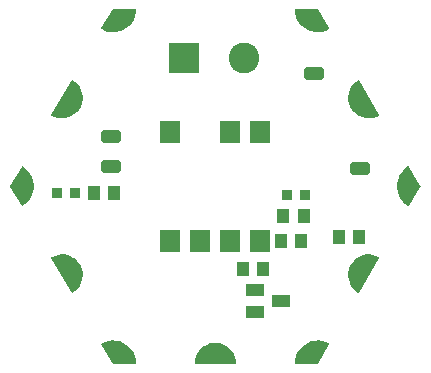
<source format=gbr>
G04 EAGLE Gerber RS-274X export*
G75*
%MOMM*%
%FSLAX34Y34*%
%LPD*%
%INSoldermask Top*%
%IPPOS*%
%AMOC8*
5,1,8,0,0,1.08239X$1,22.5*%
G01*
%ADD10R,0.901600X0.901600*%
%ADD11R,1.101600X1.201600*%
%ADD12C,0.605878*%
%ADD13C,1.101600*%
%ADD14R,2.601600X2.601600*%
%ADD15C,2.601600*%
%ADD16R,1.773400X1.913400*%
%ADD17R,1.501600X1.101600*%

G36*
X363231Y195709D02*
X363231Y195709D01*
X363260Y195706D01*
X363327Y195728D01*
X363397Y195742D01*
X363421Y195759D01*
X363449Y195768D01*
X363502Y195815D01*
X363561Y195855D01*
X363577Y195879D01*
X363599Y195899D01*
X363630Y195963D01*
X363668Y196022D01*
X363673Y196051D01*
X363685Y196077D01*
X363694Y196177D01*
X363701Y196219D01*
X363698Y196229D01*
X363700Y196243D01*
X363468Y199041D01*
X363458Y199075D01*
X363454Y199123D01*
X362765Y201844D01*
X362750Y201876D01*
X362738Y201922D01*
X361610Y204494D01*
X361590Y204522D01*
X361571Y204566D01*
X360035Y206917D01*
X360011Y206941D01*
X359985Y206982D01*
X358083Y209047D01*
X358055Y209068D01*
X358022Y209103D01*
X355807Y210828D01*
X355776Y210843D01*
X355738Y210873D01*
X353268Y212209D01*
X353235Y212219D01*
X353193Y212242D01*
X352007Y212650D01*
X350553Y213149D01*
X350537Y213154D01*
X350503Y213159D01*
X350457Y213174D01*
X347688Y213636D01*
X347653Y213635D01*
X347606Y213643D01*
X344798Y213643D01*
X344764Y213636D01*
X344716Y213636D01*
X341947Y213174D01*
X341914Y213162D01*
X341867Y213154D01*
X339211Y212242D01*
X339181Y212225D01*
X339136Y212209D01*
X336666Y210873D01*
X336640Y210851D01*
X336597Y210828D01*
X334382Y209103D01*
X334359Y209077D01*
X334321Y209047D01*
X332419Y206982D01*
X332401Y206952D01*
X332369Y206917D01*
X330833Y204566D01*
X330820Y204534D01*
X330794Y204494D01*
X329666Y201922D01*
X329659Y201889D01*
X329656Y201882D01*
X329650Y201873D01*
X329649Y201867D01*
X329639Y201844D01*
X328950Y199123D01*
X328948Y199088D01*
X328936Y199041D01*
X328704Y196243D01*
X328708Y196214D01*
X328703Y196185D01*
X328720Y196116D01*
X328728Y196046D01*
X328742Y196020D01*
X328749Y195992D01*
X328791Y195935D01*
X328826Y195873D01*
X328850Y195855D01*
X328867Y195832D01*
X328928Y195796D01*
X328985Y195753D01*
X329013Y195745D01*
X329038Y195730D01*
X329136Y195714D01*
X329177Y195703D01*
X329188Y195705D01*
X329202Y195703D01*
X363202Y195703D01*
X363231Y195709D01*
G37*
G36*
X224809Y256012D02*
X224809Y256012D01*
X224880Y256009D01*
X224907Y256019D01*
X224936Y256021D01*
X225026Y256063D01*
X225066Y256078D01*
X225074Y256086D01*
X225087Y256092D01*
X227390Y257691D01*
X227414Y257717D01*
X227454Y257744D01*
X229463Y259701D01*
X229482Y259730D01*
X229517Y259763D01*
X231176Y262024D01*
X231191Y262055D01*
X231220Y262094D01*
X232484Y264597D01*
X232493Y264631D01*
X232515Y264674D01*
X233351Y267351D01*
X233354Y267385D01*
X233369Y267431D01*
X233752Y270210D01*
X233750Y270244D01*
X233756Y270292D01*
X233677Y273095D01*
X233669Y273129D01*
X233668Y273177D01*
X233129Y275929D01*
X233115Y275961D01*
X233106Y276009D01*
X232121Y278634D01*
X232106Y278659D01*
X232101Y278679D01*
X232093Y278690D01*
X232086Y278709D01*
X230682Y281137D01*
X230659Y281163D01*
X230635Y281205D01*
X228851Y283368D01*
X228824Y283390D01*
X228793Y283427D01*
X226677Y285268D01*
X226647Y285285D01*
X226611Y285317D01*
X224220Y286784D01*
X224188Y286795D01*
X224147Y286821D01*
X221548Y287874D01*
X221514Y287881D01*
X221469Y287899D01*
X218732Y288510D01*
X218697Y288511D01*
X218650Y288522D01*
X215850Y288674D01*
X215816Y288669D01*
X215768Y288672D01*
X212980Y288362D01*
X212947Y288351D01*
X212899Y288346D01*
X210201Y287581D01*
X210171Y287565D01*
X210124Y287552D01*
X207589Y286353D01*
X207565Y286336D01*
X207538Y286326D01*
X207486Y286277D01*
X207429Y286234D01*
X207415Y286209D01*
X207394Y286189D01*
X207365Y286124D01*
X207329Y286063D01*
X207326Y286034D01*
X207314Y286007D01*
X207313Y285936D01*
X207304Y285865D01*
X207312Y285837D01*
X207312Y285808D01*
X207346Y285715D01*
X207358Y285674D01*
X207365Y285665D01*
X207370Y285652D01*
X224370Y256252D01*
X224389Y256230D01*
X224402Y256204D01*
X224455Y256156D01*
X224502Y256103D01*
X224528Y256091D01*
X224550Y256071D01*
X224617Y256048D01*
X224681Y256018D01*
X224710Y256016D01*
X224738Y256007D01*
X224809Y256012D01*
G37*
G36*
X476588Y403735D02*
X476588Y403735D01*
X476636Y403732D01*
X479424Y404042D01*
X479457Y404053D01*
X479505Y404058D01*
X482203Y404823D01*
X482233Y404839D01*
X482280Y404852D01*
X484815Y406051D01*
X484839Y406068D01*
X484866Y406078D01*
X484918Y406127D01*
X484975Y406170D01*
X484989Y406195D01*
X485011Y406215D01*
X485039Y406280D01*
X485075Y406342D01*
X485078Y406370D01*
X485090Y406397D01*
X485091Y406468D01*
X485100Y406539D01*
X485092Y406567D01*
X485092Y406596D01*
X485058Y406689D01*
X485046Y406730D01*
X485039Y406739D01*
X485034Y406752D01*
X468034Y436152D01*
X468015Y436174D01*
X468002Y436200D01*
X467949Y436248D01*
X467902Y436301D01*
X467876Y436313D01*
X467854Y436333D01*
X467787Y436356D01*
X467723Y436386D01*
X467694Y436388D01*
X467666Y436397D01*
X467595Y436392D01*
X467524Y436395D01*
X467497Y436385D01*
X467468Y436383D01*
X467378Y436341D01*
X467338Y436326D01*
X467330Y436318D01*
X467317Y436312D01*
X465014Y434713D01*
X464990Y434688D01*
X464950Y434660D01*
X462941Y432703D01*
X462922Y432674D01*
X462887Y432641D01*
X461228Y430380D01*
X461213Y430349D01*
X461184Y430310D01*
X459920Y427807D01*
X459911Y427773D01*
X459889Y427730D01*
X459053Y425053D01*
X459050Y425019D01*
X459035Y424973D01*
X458652Y422194D01*
X458654Y422160D01*
X458648Y422112D01*
X458727Y419309D01*
X458735Y419275D01*
X458736Y419227D01*
X459275Y416475D01*
X459289Y416443D01*
X459298Y416395D01*
X460283Y413770D01*
X460301Y413740D01*
X460318Y413695D01*
X461722Y411267D01*
X461745Y411241D01*
X461769Y411200D01*
X463553Y409036D01*
X463580Y409014D01*
X463611Y408977D01*
X465727Y407136D01*
X465757Y407119D01*
X465793Y407088D01*
X468184Y405620D01*
X468216Y405609D01*
X468257Y405583D01*
X470856Y404530D01*
X470890Y404523D01*
X470935Y404505D01*
X473672Y403894D01*
X473707Y403893D01*
X473754Y403882D01*
X476554Y403730D01*
X476588Y403735D01*
G37*
G36*
X467628Y256013D02*
X467628Y256013D01*
X467699Y256012D01*
X467726Y256023D01*
X467755Y256027D01*
X467817Y256061D01*
X467882Y256089D01*
X467903Y256110D01*
X467928Y256124D01*
X467991Y256200D01*
X468021Y256231D01*
X468025Y256241D01*
X468034Y256252D01*
X485034Y285652D01*
X485043Y285680D01*
X485060Y285704D01*
X485075Y285773D01*
X485097Y285841D01*
X485095Y285870D01*
X485101Y285898D01*
X485088Y285968D01*
X485082Y286039D01*
X485069Y286065D01*
X485063Y286093D01*
X485023Y286152D01*
X484991Y286215D01*
X484968Y286234D01*
X484952Y286258D01*
X484870Y286315D01*
X484837Y286342D01*
X484827Y286345D01*
X484815Y286353D01*
X482280Y287552D01*
X482246Y287560D01*
X482203Y287581D01*
X479505Y288346D01*
X479470Y288348D01*
X479424Y288362D01*
X476636Y288672D01*
X476602Y288669D01*
X476554Y288674D01*
X473754Y288522D01*
X473720Y288513D01*
X473672Y288510D01*
X470935Y287899D01*
X470903Y287885D01*
X470856Y287874D01*
X468257Y286821D01*
X468228Y286802D01*
X468184Y286784D01*
X465793Y285317D01*
X465768Y285293D01*
X465727Y285268D01*
X463611Y283427D01*
X463590Y283400D01*
X463553Y283368D01*
X461769Y281205D01*
X461753Y281174D01*
X461722Y281137D01*
X460318Y278709D01*
X460307Y278676D01*
X460300Y278663D01*
X460290Y278649D01*
X460290Y278646D01*
X460283Y278634D01*
X459298Y276009D01*
X459292Y275974D01*
X459275Y275929D01*
X458736Y273177D01*
X458736Y273143D01*
X458727Y273095D01*
X458648Y270292D01*
X458654Y270258D01*
X458652Y270210D01*
X459035Y267431D01*
X459047Y267399D01*
X459053Y267351D01*
X459889Y264674D01*
X459906Y264643D01*
X459920Y264597D01*
X461184Y262094D01*
X461206Y262067D01*
X461228Y262024D01*
X462887Y259763D01*
X462913Y259740D01*
X462941Y259701D01*
X464950Y257744D01*
X464979Y257725D01*
X465014Y257691D01*
X467317Y256092D01*
X467344Y256080D01*
X467367Y256062D01*
X467435Y256041D01*
X467500Y256013D01*
X467529Y256013D01*
X467557Y256005D01*
X467628Y256013D01*
G37*
G36*
X218650Y403882D02*
X218650Y403882D01*
X218684Y403891D01*
X218732Y403894D01*
X221469Y404505D01*
X221501Y404519D01*
X221548Y404530D01*
X224147Y405583D01*
X224176Y405602D01*
X224220Y405620D01*
X226611Y407088D01*
X226636Y407111D01*
X226677Y407136D01*
X228793Y408977D01*
X228814Y409004D01*
X228851Y409036D01*
X230635Y411200D01*
X230651Y411230D01*
X230682Y411267D01*
X232086Y413695D01*
X232097Y413728D01*
X232121Y413770D01*
X233106Y416395D01*
X233112Y416430D01*
X233129Y416475D01*
X233668Y419227D01*
X233668Y419262D01*
X233677Y419309D01*
X233756Y422112D01*
X233751Y422146D01*
X233752Y422194D01*
X233369Y424973D01*
X233357Y425005D01*
X233351Y425053D01*
X232515Y427730D01*
X232498Y427761D01*
X232484Y427807D01*
X231220Y430310D01*
X231198Y430337D01*
X231176Y430380D01*
X229517Y432641D01*
X229491Y432664D01*
X229463Y432703D01*
X227454Y434660D01*
X227425Y434679D01*
X227390Y434713D01*
X225087Y436312D01*
X225060Y436324D01*
X225037Y436342D01*
X224969Y436363D01*
X224904Y436391D01*
X224875Y436391D01*
X224847Y436399D01*
X224776Y436391D01*
X224705Y436392D01*
X224678Y436381D01*
X224649Y436377D01*
X224587Y436343D01*
X224522Y436315D01*
X224501Y436294D01*
X224476Y436280D01*
X224413Y436204D01*
X224383Y436173D01*
X224379Y436163D01*
X224370Y436152D01*
X207370Y406752D01*
X207361Y406724D01*
X207344Y406700D01*
X207329Y406631D01*
X207307Y406563D01*
X207309Y406534D01*
X207303Y406506D01*
X207316Y406436D01*
X207322Y406365D01*
X207335Y406339D01*
X207341Y406311D01*
X207381Y406252D01*
X207413Y406189D01*
X207436Y406170D01*
X207452Y406146D01*
X207534Y406089D01*
X207567Y406062D01*
X207577Y406059D01*
X207589Y406051D01*
X210124Y404852D01*
X210158Y404844D01*
X210201Y404823D01*
X212899Y404058D01*
X212934Y404056D01*
X212980Y404042D01*
X215768Y403732D01*
X215802Y403735D01*
X215850Y403730D01*
X218650Y403882D01*
G37*
G36*
X509929Y329213D02*
X509929Y329213D01*
X510000Y329213D01*
X510027Y329224D01*
X510056Y329227D01*
X510118Y329262D01*
X510183Y329290D01*
X510204Y329310D01*
X510229Y329325D01*
X510292Y329402D01*
X510322Y329432D01*
X510326Y329442D01*
X510335Y329453D01*
X519835Y345953D01*
X519845Y345985D01*
X519854Y345998D01*
X519858Y346022D01*
X519859Y346026D01*
X519890Y346096D01*
X519890Y346120D01*
X519898Y346142D01*
X519892Y346218D01*
X519893Y346295D01*
X519883Y346319D01*
X519882Y346340D01*
X519861Y346379D01*
X519835Y346451D01*
X510335Y362951D01*
X510316Y362973D01*
X510303Y362999D01*
X510250Y363047D01*
X510203Y363100D01*
X510177Y363113D01*
X510156Y363132D01*
X510088Y363155D01*
X510024Y363186D01*
X509995Y363188D01*
X509968Y363197D01*
X509896Y363192D01*
X509825Y363195D01*
X509798Y363185D01*
X509769Y363183D01*
X509679Y363141D01*
X509639Y363126D01*
X509631Y363119D01*
X509618Y363113D01*
X507095Y361371D01*
X507071Y361347D01*
X507033Y361320D01*
X504821Y359196D01*
X504802Y359168D01*
X504768Y359136D01*
X502926Y356685D01*
X502912Y356654D01*
X502883Y356617D01*
X501458Y353902D01*
X501449Y353871D01*
X501433Y353846D01*
X501432Y353838D01*
X501427Y353828D01*
X500456Y350920D01*
X500452Y350886D01*
X500437Y350842D01*
X499945Y347815D01*
X499946Y347781D01*
X499938Y347735D01*
X499938Y344669D01*
X499939Y344665D01*
X499939Y344663D01*
X499945Y344636D01*
X499945Y344589D01*
X500437Y341562D01*
X500449Y341531D01*
X500456Y341484D01*
X501427Y338576D01*
X501444Y338547D01*
X501458Y338502D01*
X502883Y335787D01*
X502905Y335761D01*
X502926Y335719D01*
X504768Y333268D01*
X504793Y333245D01*
X504821Y333208D01*
X507033Y331084D01*
X507061Y331066D01*
X507095Y331033D01*
X509618Y329291D01*
X509645Y329280D01*
X509667Y329261D01*
X509736Y329241D01*
X509801Y329213D01*
X509830Y329213D01*
X509858Y329205D01*
X509929Y329213D01*
G37*
G36*
X182508Y329212D02*
X182508Y329212D01*
X182579Y329209D01*
X182606Y329219D01*
X182635Y329221D01*
X182725Y329263D01*
X182765Y329278D01*
X182773Y329285D01*
X182786Y329291D01*
X185309Y331033D01*
X185333Y331057D01*
X185371Y331084D01*
X187583Y333208D01*
X187602Y333236D01*
X187636Y333268D01*
X189478Y335719D01*
X189492Y335750D01*
X189521Y335787D01*
X190946Y338502D01*
X190955Y338535D01*
X190977Y338576D01*
X191948Y341484D01*
X191952Y341518D01*
X191967Y341562D01*
X192459Y344589D01*
X192458Y344623D01*
X192466Y344669D01*
X192466Y347735D01*
X192459Y347768D01*
X192459Y347815D01*
X191967Y350842D01*
X191955Y350873D01*
X191948Y350920D01*
X190977Y353828D01*
X190964Y353851D01*
X190958Y353876D01*
X190951Y353885D01*
X190946Y353902D01*
X189521Y356617D01*
X189499Y356643D01*
X189478Y356685D01*
X187636Y359136D01*
X187611Y359159D01*
X187583Y359196D01*
X185371Y361320D01*
X185343Y361338D01*
X185309Y361371D01*
X182786Y363113D01*
X182759Y363124D01*
X182737Y363143D01*
X182668Y363163D01*
X182603Y363191D01*
X182574Y363191D01*
X182546Y363199D01*
X182475Y363191D01*
X182404Y363192D01*
X182377Y363180D01*
X182348Y363177D01*
X182286Y363142D01*
X182221Y363114D01*
X182200Y363094D01*
X182175Y363079D01*
X182112Y363002D01*
X182082Y362972D01*
X182078Y362962D01*
X182069Y362951D01*
X172569Y346451D01*
X172545Y346378D01*
X172514Y346308D01*
X172514Y346284D01*
X172506Y346262D01*
X172513Y346186D01*
X172512Y346109D01*
X172521Y346085D01*
X172522Y346064D01*
X172543Y346025D01*
X172562Y345973D01*
X172563Y345967D01*
X172565Y345965D01*
X172569Y345953D01*
X182069Y329453D01*
X182088Y329431D01*
X182101Y329405D01*
X182154Y329357D01*
X182201Y329304D01*
X182227Y329291D01*
X182249Y329272D01*
X182316Y329249D01*
X182380Y329218D01*
X182409Y329217D01*
X182436Y329207D01*
X182508Y329212D01*
G37*
G36*
X432878Y195718D02*
X432878Y195718D01*
X432956Y195727D01*
X432975Y195738D01*
X432997Y195742D01*
X433061Y195786D01*
X433129Y195825D01*
X433145Y195844D01*
X433161Y195855D01*
X433185Y195893D01*
X433235Y195953D01*
X442735Y212453D01*
X442744Y212480D01*
X442760Y212504D01*
X442775Y212574D01*
X442798Y212642D01*
X442795Y212670D01*
X442801Y212698D01*
X442788Y212769D01*
X442782Y212840D01*
X442769Y212865D01*
X442763Y212893D01*
X442723Y212953D01*
X442690Y213016D01*
X442668Y213034D01*
X442652Y213058D01*
X442569Y213116D01*
X442537Y213143D01*
X442526Y213146D01*
X442516Y213153D01*
X439750Y214462D01*
X439717Y214470D01*
X439674Y214490D01*
X436734Y215338D01*
X436700Y215341D01*
X436656Y215354D01*
X433618Y215719D01*
X433584Y215716D01*
X433537Y215722D01*
X430480Y215595D01*
X430447Y215587D01*
X430400Y215586D01*
X427403Y214970D01*
X427372Y214957D01*
X427326Y214948D01*
X424466Y213859D01*
X424438Y213841D01*
X424394Y213825D01*
X421746Y212291D01*
X421720Y212269D01*
X421680Y212246D01*
X419312Y210308D01*
X419290Y210281D01*
X419254Y210252D01*
X417227Y207959D01*
X417211Y207930D01*
X417179Y207895D01*
X415547Y205307D01*
X415535Y205275D01*
X415510Y205236D01*
X414314Y202419D01*
X414307Y202386D01*
X414304Y202379D01*
X414300Y202373D01*
X414299Y202367D01*
X414288Y202343D01*
X413560Y199371D01*
X413558Y199337D01*
X413547Y199292D01*
X413304Y196242D01*
X413308Y196213D01*
X413303Y196185D01*
X413320Y196116D01*
X413328Y196044D01*
X413343Y196020D01*
X413349Y195992D01*
X413392Y195934D01*
X413428Y195872D01*
X413450Y195855D01*
X413467Y195832D01*
X413529Y195795D01*
X413586Y195752D01*
X413614Y195745D01*
X413638Y195730D01*
X413738Y195714D01*
X413779Y195703D01*
X413789Y195705D01*
X413802Y195703D01*
X432802Y195703D01*
X432878Y195718D01*
G37*
G36*
X433571Y476687D02*
X433571Y476687D01*
X433618Y476685D01*
X436656Y477050D01*
X436688Y477061D01*
X436734Y477066D01*
X439674Y477914D01*
X439704Y477930D01*
X439750Y477942D01*
X442516Y479251D01*
X442538Y479268D01*
X442565Y479278D01*
X442617Y479327D01*
X442675Y479370D01*
X442689Y479395D01*
X442710Y479414D01*
X442739Y479480D01*
X442775Y479542D01*
X442778Y479570D01*
X442790Y479596D01*
X442791Y479668D01*
X442800Y479739D01*
X442792Y479766D01*
X442793Y479795D01*
X442757Y479890D01*
X442746Y479930D01*
X442739Y479939D01*
X442735Y479951D01*
X433235Y496451D01*
X433183Y496510D01*
X433137Y496572D01*
X433118Y496583D01*
X433103Y496600D01*
X433033Y496634D01*
X432966Y496674D01*
X432942Y496678D01*
X432924Y496686D01*
X432879Y496688D01*
X432802Y496701D01*
X413802Y496701D01*
X413774Y496696D01*
X413746Y496698D01*
X413678Y496676D01*
X413607Y496662D01*
X413584Y496646D01*
X413557Y496637D01*
X413502Y496590D01*
X413443Y496549D01*
X413428Y496525D01*
X413407Y496507D01*
X413375Y496442D01*
X413336Y496382D01*
X413331Y496354D01*
X413319Y496328D01*
X413310Y496227D01*
X413303Y496185D01*
X413305Y496175D01*
X413304Y496162D01*
X413547Y493112D01*
X413556Y493080D01*
X413560Y493033D01*
X414288Y490061D01*
X414303Y490030D01*
X414314Y489985D01*
X415510Y487168D01*
X415529Y487140D01*
X415547Y487097D01*
X417179Y484509D01*
X417203Y484485D01*
X417227Y484445D01*
X419254Y482152D01*
X419281Y482132D01*
X419312Y482096D01*
X421680Y480158D01*
X421710Y480142D01*
X421746Y480113D01*
X424394Y478580D01*
X424426Y478569D01*
X424466Y478545D01*
X427326Y477457D01*
X427359Y477451D01*
X427403Y477434D01*
X430400Y476818D01*
X430434Y476818D01*
X430480Y476809D01*
X433537Y476682D01*
X433571Y476687D01*
G37*
G36*
X278630Y195708D02*
X278630Y195708D01*
X278658Y195706D01*
X278726Y195728D01*
X278797Y195742D01*
X278820Y195758D01*
X278847Y195767D01*
X278902Y195814D01*
X278961Y195855D01*
X278976Y195879D01*
X278998Y195897D01*
X279029Y195962D01*
X279068Y196022D01*
X279073Y196050D01*
X279085Y196076D01*
X279094Y196177D01*
X279101Y196219D01*
X279099Y196229D01*
X279100Y196242D01*
X278857Y199292D01*
X278848Y199324D01*
X278844Y199371D01*
X278116Y202343D01*
X278101Y202374D01*
X278090Y202419D01*
X276894Y205236D01*
X276875Y205264D01*
X276857Y205307D01*
X275225Y207895D01*
X275201Y207919D01*
X275177Y207959D01*
X273150Y210252D01*
X273123Y210272D01*
X273092Y210308D01*
X270725Y212246D01*
X270694Y212262D01*
X270658Y212291D01*
X268010Y213825D01*
X267978Y213835D01*
X267938Y213859D01*
X265078Y214948D01*
X265045Y214953D01*
X265001Y214970D01*
X262004Y215586D01*
X261970Y215586D01*
X261924Y215595D01*
X258867Y215722D01*
X258833Y215717D01*
X258786Y215719D01*
X255748Y215354D01*
X255716Y215343D01*
X255670Y215338D01*
X252730Y214490D01*
X252700Y214474D01*
X252655Y214462D01*
X249889Y213153D01*
X249866Y213136D01*
X249839Y213126D01*
X249787Y213077D01*
X249729Y213034D01*
X249715Y213009D01*
X249694Y212990D01*
X249665Y212924D01*
X249629Y212862D01*
X249626Y212834D01*
X249614Y212808D01*
X249613Y212736D01*
X249604Y212665D01*
X249612Y212638D01*
X249612Y212609D01*
X249647Y212514D01*
X249658Y212474D01*
X249665Y212465D01*
X249669Y212453D01*
X259169Y195953D01*
X259221Y195895D01*
X259267Y195832D01*
X259286Y195821D01*
X259301Y195804D01*
X259371Y195770D01*
X259438Y195730D01*
X259463Y195726D01*
X259480Y195718D01*
X259525Y195716D01*
X259602Y195703D01*
X278602Y195703D01*
X278630Y195708D01*
G37*
G36*
X261924Y476809D02*
X261924Y476809D01*
X261957Y476817D01*
X262004Y476818D01*
X265001Y477434D01*
X265032Y477447D01*
X265078Y477457D01*
X267938Y478545D01*
X267967Y478563D01*
X268010Y478580D01*
X270658Y480113D01*
X270684Y480135D01*
X270725Y480158D01*
X273092Y482096D01*
X273114Y482123D01*
X273150Y482152D01*
X275177Y484445D01*
X275194Y484474D01*
X275225Y484509D01*
X276857Y487097D01*
X276869Y487129D01*
X276894Y487168D01*
X278090Y489985D01*
X278097Y490018D01*
X278116Y490061D01*
X278844Y493033D01*
X278846Y493067D01*
X278857Y493112D01*
X279100Y496162D01*
X279096Y496191D01*
X279101Y496219D01*
X279084Y496288D01*
X279076Y496360D01*
X279062Y496384D01*
X279055Y496412D01*
X279012Y496470D01*
X278977Y496532D01*
X278954Y496549D01*
X278937Y496572D01*
X278875Y496609D01*
X278818Y496652D01*
X278790Y496659D01*
X278766Y496674D01*
X278666Y496690D01*
X278625Y496701D01*
X278615Y496699D01*
X278602Y496701D01*
X259602Y496701D01*
X259526Y496686D01*
X259448Y496677D01*
X259429Y496666D01*
X259407Y496662D01*
X259343Y496618D01*
X259275Y496579D01*
X259259Y496560D01*
X259243Y496549D01*
X259219Y496511D01*
X259169Y496451D01*
X249669Y479951D01*
X249660Y479924D01*
X249644Y479900D01*
X249629Y479830D01*
X249606Y479762D01*
X249609Y479734D01*
X249603Y479706D01*
X249617Y479636D01*
X249622Y479564D01*
X249635Y479539D01*
X249641Y479511D01*
X249681Y479451D01*
X249714Y479388D01*
X249736Y479370D01*
X249752Y479346D01*
X249835Y479288D01*
X249867Y479261D01*
X249878Y479258D01*
X249889Y479251D01*
X252655Y477942D01*
X252688Y477934D01*
X252730Y477914D01*
X255670Y477066D01*
X255704Y477063D01*
X255748Y477050D01*
X258786Y476685D01*
X258820Y476688D01*
X258867Y476682D01*
X261924Y476809D01*
G37*
D10*
X227037Y340647D03*
X212037Y340647D03*
D11*
X451006Y302960D03*
X468006Y302960D03*
X243279Y340700D03*
X260279Y340700D03*
D12*
X262779Y386609D02*
X251821Y386609D01*
X251821Y391567D01*
X262779Y391567D01*
X262779Y386609D01*
X262779Y366167D02*
X251821Y366167D01*
X262779Y366167D02*
X262779Y361209D01*
X251821Y361209D01*
X251821Y366167D01*
X423743Y439763D02*
X434701Y439763D01*
X423743Y439763D02*
X423743Y444721D01*
X434701Y444721D01*
X434701Y439763D01*
X462476Y359470D02*
X473434Y359470D01*
X462476Y359470D02*
X462476Y364428D01*
X473434Y364428D01*
X473434Y359470D01*
D13*
X428802Y489302D03*
X511402Y346202D03*
X428802Y203102D03*
X263602Y203102D03*
X181002Y346202D03*
X263602Y489302D03*
X470102Y417702D03*
X470102Y274702D03*
X346202Y203102D03*
X222302Y274702D03*
X222302Y417702D03*
D14*
X320022Y455130D03*
D15*
X370822Y455130D03*
D16*
X308163Y299817D03*
X333563Y299817D03*
X358963Y299817D03*
X384363Y299817D03*
X384363Y392217D03*
X358963Y392217D03*
X308163Y392217D03*
D17*
X401568Y248902D03*
X379568Y239402D03*
X379568Y258402D03*
D10*
X421792Y339123D03*
X406792Y339123D03*
D11*
X418446Y299789D03*
X401446Y299789D03*
X420788Y321175D03*
X403788Y321175D03*
X386213Y276558D03*
X369213Y276558D03*
M02*

</source>
